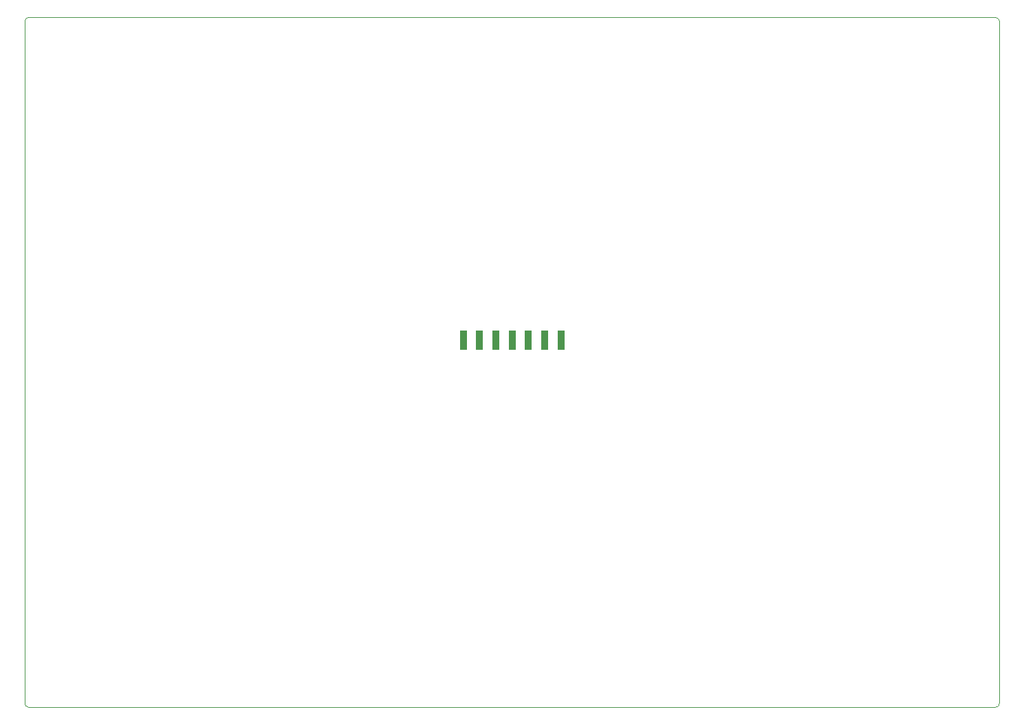
<source format=gbr>
G04 GENERATED BY PULSONIX 7.0 GERBER.DLL 4573*
%INHILLSTAR_95X60_4LAYER_EL_V1_0_2*%
%LNGERBER_PASTE_BOTTOM*%
%FSLAX33Y33*%
%IPPOS*%
%LPD*%
%OFA0B0*%
%MOMM*%
%ADD346C,0.100*%
%ADD5690R,0.849X2.449*%
X0Y0D02*
D02*
D346*
X70791Y171556D02*
X189791D01*
G75*
G02X190291Y171056J-500*
G01*
Y87056*
G75*
G02X189791Y86556I-500*
G01*
X70791*
G75*
G02X70291Y87056J500*
G01*
Y171056*
G75*
G02X70791Y171556I500*
G01*
D02*
D5690*
X124291Y131756D03*
X126291D03*
X128291D03*
X130291D03*
X132291D03*
X134291D03*
X136291D03*
X0Y0D02*
M02*

</source>
